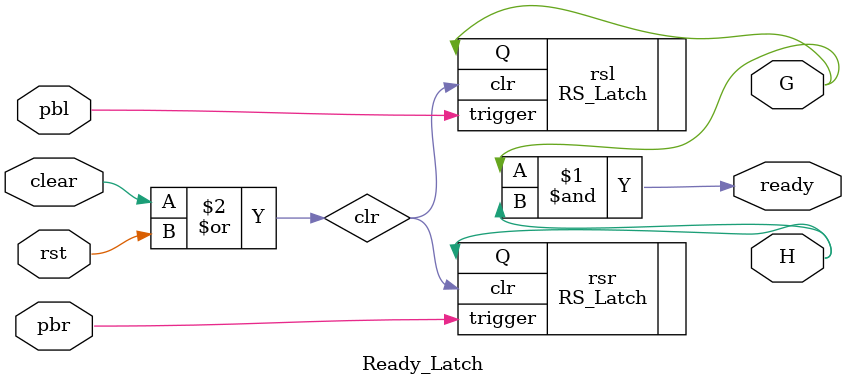
<source format=v>
`timescale 1ns / 1ps

module Ready_Latch(
    output ready,
	 output G,
	 output H,
    input pbl,
    input pbr,
    input rst,
    input clear
    );
	
	wire clr;
	
	assign ready = G & H;
	assign clr = clear | rst;
	
	RS_Latch rsl(.Q(G), .trigger(pbl), .clr(clr));
	RS_Latch rsr(.Q(H), .trigger(pbr), .clr(clr));

endmodule

</source>
